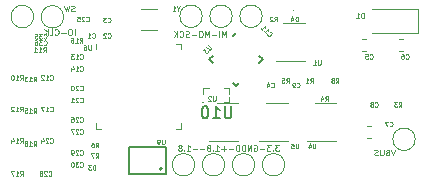
<source format=gbr>
G04 #@! TF.GenerationSoftware,KiCad,Pcbnew,(5.1.2-1)-1*
G04 #@! TF.CreationDate,2020-01-08T15:13:26-05:00*
G04 #@! TF.ProjectId,ARBO Mini,4152424f-204d-4696-9e69-2e6b69636164,rev?*
G04 #@! TF.SameCoordinates,Original*
G04 #@! TF.FileFunction,Legend,Bot*
G04 #@! TF.FilePolarity,Positive*
%FSLAX46Y46*%
G04 Gerber Fmt 4.6, Leading zero omitted, Abs format (unit mm)*
G04 Created by KiCad (PCBNEW (5.1.2-1)-1) date 2020-01-08 15:13:26*
%MOMM*%
%LPD*%
G04 APERTURE LIST*
%ADD10C,0.120000*%
%ADD11C,0.200000*%
%ADD12C,0.127000*%
%ADD13C,0.150000*%
%ADD14C,0.100000*%
G04 APERTURE END LIST*
D10*
X138584666Y-66020190D02*
X138418000Y-66520190D01*
X138251333Y-66020190D01*
X137918000Y-66258285D02*
X137846571Y-66282095D01*
X137822761Y-66305904D01*
X137798952Y-66353523D01*
X137798952Y-66424952D01*
X137822761Y-66472571D01*
X137846571Y-66496380D01*
X137894190Y-66520190D01*
X138084666Y-66520190D01*
X138084666Y-66020190D01*
X137918000Y-66020190D01*
X137870380Y-66044000D01*
X137846571Y-66067809D01*
X137822761Y-66115428D01*
X137822761Y-66163047D01*
X137846571Y-66210666D01*
X137870380Y-66234476D01*
X137918000Y-66258285D01*
X138084666Y-66258285D01*
X137584666Y-66020190D02*
X137584666Y-66424952D01*
X137560857Y-66472571D01*
X137537047Y-66496380D01*
X137489428Y-66520190D01*
X137394190Y-66520190D01*
X137346571Y-66496380D01*
X137322761Y-66472571D01*
X137298952Y-66424952D01*
X137298952Y-66020190D01*
X137084666Y-66496380D02*
X137013238Y-66520190D01*
X136894190Y-66520190D01*
X136846571Y-66496380D01*
X136822761Y-66472571D01*
X136798952Y-66424952D01*
X136798952Y-66377333D01*
X136822761Y-66329714D01*
X136846571Y-66305904D01*
X136894190Y-66282095D01*
X136989428Y-66258285D01*
X137037047Y-66234476D01*
X137060857Y-66210666D01*
X137084666Y-66163047D01*
X137084666Y-66115428D01*
X137060857Y-66067809D01*
X137037047Y-66044000D01*
X136989428Y-66020190D01*
X136870380Y-66020190D01*
X136798952Y-66044000D01*
X128733809Y-65639190D02*
X128424285Y-65639190D01*
X128590952Y-65829666D01*
X128519523Y-65829666D01*
X128471904Y-65853476D01*
X128448095Y-65877285D01*
X128424285Y-65924904D01*
X128424285Y-66043952D01*
X128448095Y-66091571D01*
X128471904Y-66115380D01*
X128519523Y-66139190D01*
X128662380Y-66139190D01*
X128710000Y-66115380D01*
X128733809Y-66091571D01*
X128210000Y-66091571D02*
X128186190Y-66115380D01*
X128210000Y-66139190D01*
X128233809Y-66115380D01*
X128210000Y-66091571D01*
X128210000Y-66139190D01*
X128019523Y-65639190D02*
X127710000Y-65639190D01*
X127876666Y-65829666D01*
X127805238Y-65829666D01*
X127757619Y-65853476D01*
X127733809Y-65877285D01*
X127710000Y-65924904D01*
X127710000Y-66043952D01*
X127733809Y-66091571D01*
X127757619Y-66115380D01*
X127805238Y-66139190D01*
X127948095Y-66139190D01*
X127995714Y-66115380D01*
X128019523Y-66091571D01*
X127495714Y-65948714D02*
X127114761Y-65948714D01*
X126614761Y-65663000D02*
X126662380Y-65639190D01*
X126733809Y-65639190D01*
X126805238Y-65663000D01*
X126852857Y-65710619D01*
X126876666Y-65758238D01*
X126900476Y-65853476D01*
X126900476Y-65924904D01*
X126876666Y-66020142D01*
X126852857Y-66067761D01*
X126805238Y-66115380D01*
X126733809Y-66139190D01*
X126686190Y-66139190D01*
X126614761Y-66115380D01*
X126590952Y-66091571D01*
X126590952Y-65924904D01*
X126686190Y-65924904D01*
X126376666Y-66139190D02*
X126376666Y-65639190D01*
X126090952Y-66139190D01*
X126090952Y-65639190D01*
X125852857Y-66139190D02*
X125852857Y-65639190D01*
X125733809Y-65639190D01*
X125662380Y-65663000D01*
X125614761Y-65710619D01*
X125590952Y-65758238D01*
X125567142Y-65853476D01*
X125567142Y-65924904D01*
X125590952Y-66020142D01*
X125614761Y-66067761D01*
X125662380Y-66115380D01*
X125733809Y-66139190D01*
X125852857Y-66139190D01*
X125352857Y-66139190D02*
X125352857Y-65639190D01*
X125233809Y-65639190D01*
X125162380Y-65663000D01*
X125114761Y-65710619D01*
X125090952Y-65758238D01*
X125067142Y-65853476D01*
X125067142Y-65924904D01*
X125090952Y-66020142D01*
X125114761Y-66067761D01*
X125162380Y-66115380D01*
X125233809Y-66139190D01*
X125352857Y-66139190D01*
X124852857Y-65948714D02*
X124471904Y-65948714D01*
X124233809Y-65948714D02*
X123852857Y-65948714D01*
X124043333Y-66139190D02*
X124043333Y-65758238D01*
X123352857Y-66139190D02*
X123638571Y-66139190D01*
X123495714Y-66139190D02*
X123495714Y-65639190D01*
X123543333Y-65710619D01*
X123590952Y-65758238D01*
X123638571Y-65782047D01*
X123138571Y-66091571D02*
X123114761Y-66115380D01*
X123138571Y-66139190D01*
X123162380Y-66115380D01*
X123138571Y-66091571D01*
X123138571Y-66139190D01*
X122829047Y-65853476D02*
X122876666Y-65829666D01*
X122900476Y-65805857D01*
X122924285Y-65758238D01*
X122924285Y-65734428D01*
X122900476Y-65686809D01*
X122876666Y-65663000D01*
X122829047Y-65639190D01*
X122733809Y-65639190D01*
X122686190Y-65663000D01*
X122662380Y-65686809D01*
X122638571Y-65734428D01*
X122638571Y-65758238D01*
X122662380Y-65805857D01*
X122686190Y-65829666D01*
X122733809Y-65853476D01*
X122829047Y-65853476D01*
X122876666Y-65877285D01*
X122900476Y-65901095D01*
X122924285Y-65948714D01*
X122924285Y-66043952D01*
X122900476Y-66091571D01*
X122876666Y-66115380D01*
X122829047Y-66139190D01*
X122733809Y-66139190D01*
X122686190Y-66115380D01*
X122662380Y-66091571D01*
X122638571Y-66043952D01*
X122638571Y-65948714D01*
X122662380Y-65901095D01*
X122686190Y-65877285D01*
X122733809Y-65853476D01*
X122424285Y-65948714D02*
X122043333Y-65948714D01*
X121805238Y-65948714D02*
X121424285Y-65948714D01*
X120924285Y-66139190D02*
X121210000Y-66139190D01*
X121067142Y-66139190D02*
X121067142Y-65639190D01*
X121114761Y-65710619D01*
X121162380Y-65758238D01*
X121210000Y-65782047D01*
X120710000Y-66091571D02*
X120686190Y-66115380D01*
X120710000Y-66139190D01*
X120733809Y-66115380D01*
X120710000Y-66091571D01*
X120710000Y-66139190D01*
X120400476Y-65853476D02*
X120448095Y-65829666D01*
X120471904Y-65805857D01*
X120495714Y-65758238D01*
X120495714Y-65734428D01*
X120471904Y-65686809D01*
X120448095Y-65663000D01*
X120400476Y-65639190D01*
X120305238Y-65639190D01*
X120257619Y-65663000D01*
X120233809Y-65686809D01*
X120210000Y-65734428D01*
X120210000Y-65758238D01*
X120233809Y-65805857D01*
X120257619Y-65829666D01*
X120305238Y-65853476D01*
X120400476Y-65853476D01*
X120448095Y-65877285D01*
X120471904Y-65901095D01*
X120495714Y-65948714D01*
X120495714Y-66043952D01*
X120471904Y-66091571D01*
X120448095Y-66115380D01*
X120400476Y-66139190D01*
X120305238Y-66139190D01*
X120257619Y-66115380D01*
X120233809Y-66091571D01*
X120210000Y-66043952D01*
X120210000Y-65948714D01*
X120233809Y-65901095D01*
X120257619Y-65877285D01*
X120305238Y-65853476D01*
X111433809Y-56316190D02*
X111433809Y-55816190D01*
X111100476Y-55816190D02*
X111005238Y-55816190D01*
X110957619Y-55840000D01*
X110910000Y-55887619D01*
X110886190Y-55982857D01*
X110886190Y-56149523D01*
X110910000Y-56244761D01*
X110957619Y-56292380D01*
X111005238Y-56316190D01*
X111100476Y-56316190D01*
X111148095Y-56292380D01*
X111195714Y-56244761D01*
X111219523Y-56149523D01*
X111219523Y-55982857D01*
X111195714Y-55887619D01*
X111148095Y-55840000D01*
X111100476Y-55816190D01*
X110671904Y-56125714D02*
X110290952Y-56125714D01*
X109767142Y-56268571D02*
X109790952Y-56292380D01*
X109862380Y-56316190D01*
X109910000Y-56316190D01*
X109981428Y-56292380D01*
X110029047Y-56244761D01*
X110052857Y-56197142D01*
X110076666Y-56101904D01*
X110076666Y-56030476D01*
X110052857Y-55935238D01*
X110029047Y-55887619D01*
X109981428Y-55840000D01*
X109910000Y-55816190D01*
X109862380Y-55816190D01*
X109790952Y-55840000D01*
X109767142Y-55863809D01*
X109314761Y-56316190D02*
X109552857Y-56316190D01*
X109552857Y-55816190D01*
X109148095Y-56316190D02*
X109148095Y-55816190D01*
X108862380Y-56316190D02*
X109076666Y-56030476D01*
X108862380Y-55816190D02*
X109148095Y-56101904D01*
X111426571Y-54304380D02*
X111355142Y-54328190D01*
X111236095Y-54328190D01*
X111188476Y-54304380D01*
X111164666Y-54280571D01*
X111140857Y-54232952D01*
X111140857Y-54185333D01*
X111164666Y-54137714D01*
X111188476Y-54113904D01*
X111236095Y-54090095D01*
X111331333Y-54066285D01*
X111378952Y-54042476D01*
X111402761Y-54018666D01*
X111426571Y-53971047D01*
X111426571Y-53923428D01*
X111402761Y-53875809D01*
X111378952Y-53852000D01*
X111331333Y-53828190D01*
X111212285Y-53828190D01*
X111140857Y-53852000D01*
X110974190Y-53828190D02*
X110855142Y-54328190D01*
X110759904Y-53971047D01*
X110664666Y-54328190D01*
X110545619Y-53828190D01*
X124237476Y-56487190D02*
X124237476Y-55987190D01*
X124070809Y-56344333D01*
X123904142Y-55987190D01*
X123904142Y-56487190D01*
X123666047Y-56487190D02*
X123666047Y-55987190D01*
X123427952Y-56296714D02*
X123047000Y-56296714D01*
X122808904Y-56487190D02*
X122808904Y-55987190D01*
X122642238Y-56344333D01*
X122475571Y-55987190D01*
X122475571Y-56487190D01*
X122142238Y-55987190D02*
X122047000Y-55987190D01*
X121999380Y-56011000D01*
X121951761Y-56058619D01*
X121927952Y-56153857D01*
X121927952Y-56320523D01*
X121951761Y-56415761D01*
X121999380Y-56463380D01*
X122047000Y-56487190D01*
X122142238Y-56487190D01*
X122189857Y-56463380D01*
X122237476Y-56415761D01*
X122261285Y-56320523D01*
X122261285Y-56153857D01*
X122237476Y-56058619D01*
X122189857Y-56011000D01*
X122142238Y-55987190D01*
X121713666Y-56296714D02*
X121332714Y-56296714D01*
X121118428Y-56463380D02*
X121047000Y-56487190D01*
X120927952Y-56487190D01*
X120880333Y-56463380D01*
X120856523Y-56439571D01*
X120832714Y-56391952D01*
X120832714Y-56344333D01*
X120856523Y-56296714D01*
X120880333Y-56272904D01*
X120927952Y-56249095D01*
X121023190Y-56225285D01*
X121070809Y-56201476D01*
X121094619Y-56177666D01*
X121118428Y-56130047D01*
X121118428Y-56082428D01*
X121094619Y-56034809D01*
X121070809Y-56011000D01*
X121023190Y-55987190D01*
X120904142Y-55987190D01*
X120832714Y-56011000D01*
X120332714Y-56439571D02*
X120356523Y-56463380D01*
X120427952Y-56487190D01*
X120475571Y-56487190D01*
X120547000Y-56463380D01*
X120594619Y-56415761D01*
X120618428Y-56368142D01*
X120642238Y-56272904D01*
X120642238Y-56201476D01*
X120618428Y-56106238D01*
X120594619Y-56058619D01*
X120547000Y-56011000D01*
X120475571Y-55987190D01*
X120427952Y-55987190D01*
X120356523Y-56011000D01*
X120332714Y-56034809D01*
X120118428Y-56487190D02*
X120118428Y-55987190D01*
X119832714Y-56487190D02*
X120047000Y-56201476D01*
X119832714Y-55987190D02*
X120118428Y-56272904D01*
D11*
X122318600Y-62017200D02*
G75*
G03X122318600Y-62017200I0J0D01*
G01*
D10*
X122298600Y-60797200D02*
X122298600Y-61297200D01*
X122798600Y-60797200D02*
X122298600Y-60797200D01*
X124538600Y-62037200D02*
X124538600Y-61537200D01*
X124038600Y-62037200D02*
X124538600Y-62037200D01*
X124538600Y-60797200D02*
X124538600Y-61297200D01*
X124038600Y-60797200D02*
X124538600Y-60797200D01*
X124538600Y-62037200D02*
X124538600Y-61537200D01*
X124038600Y-62037200D02*
X124538600Y-62037200D01*
X124538600Y-62037200D02*
X124538600Y-61537200D01*
X124038600Y-62037200D02*
X124538600Y-62037200D01*
D12*
X118836200Y-67652600D02*
G75*
G03X118836200Y-67652600I-100000J0D01*
G01*
X119132200Y-65782600D02*
X119132200Y-68062600D01*
X116040200Y-65782600D02*
X119132200Y-65782600D01*
X116040200Y-68062600D02*
X116040200Y-65782600D01*
X119132200Y-68062600D02*
X116040200Y-68062600D01*
X118836200Y-67652600D02*
G75*
G03X118836200Y-67652600I-100000J0D01*
G01*
D13*
X125093604Y-56118182D02*
X124810761Y-56401025D01*
X122830862Y-58380924D02*
X123113705Y-58098081D01*
X122830862Y-58380924D02*
X123113705Y-58663767D01*
X125093604Y-60643666D02*
X125376447Y-60360823D01*
X125093604Y-60643666D02*
X124810761Y-60360823D01*
X127356346Y-58380924D02*
X127073503Y-58663767D01*
X127356346Y-58380924D02*
X127073503Y-58098081D01*
D10*
X125276000Y-65298000D02*
X122826000Y-65298000D01*
X123476000Y-62078000D02*
X125276000Y-62078000D01*
X110500200Y-54787800D02*
G75*
G03X110500200Y-54787800I-950000J0D01*
G01*
X107960200Y-54762400D02*
G75*
G03X107960200Y-54762400I-950000J0D01*
G01*
X126680000Y-67310000D02*
G75*
G03X126680000Y-67310000I-950000J0D01*
G01*
X127315000Y-54737000D02*
G75*
G03X127315000Y-54737000I-950000J0D01*
G01*
X122235000Y-54737000D02*
G75*
G03X122235000Y-54737000I-950000J0D01*
G01*
X124775000Y-54737000D02*
G75*
G03X124775000Y-54737000I-950000J0D01*
G01*
X121600000Y-67310000D02*
G75*
G03X121600000Y-67310000I-950000J0D01*
G01*
X124140000Y-67310000D02*
G75*
G03X124140000Y-67310000I-950000J0D01*
G01*
X129220000Y-67310000D02*
G75*
G03X129220000Y-67310000I-950000J0D01*
G01*
X140269000Y-65151000D02*
G75*
G03X140269000Y-65151000I-950000J0D01*
G01*
D14*
X130024000Y-54229000D02*
G75*
G03X130024000Y-54229000I-50000J0D01*
G01*
X113562400Y-67564000D02*
G75*
G03X113562400Y-67564000I-50000J0D01*
G01*
D10*
X118424000Y-54116000D02*
X117074000Y-54116000D01*
X118424000Y-55866000D02*
X117074000Y-55866000D01*
X113230000Y-57520200D02*
X113230000Y-57045200D01*
X120450000Y-64265200D02*
X119975000Y-64265200D01*
X120450000Y-63790200D02*
X120450000Y-64265200D01*
X120450000Y-57045200D02*
X119975000Y-57045200D01*
X120450000Y-57520200D02*
X120450000Y-57045200D01*
X113230000Y-64265200D02*
X113705000Y-64265200D01*
X113230000Y-63790200D02*
X113230000Y-64265200D01*
X129467000Y-65303000D02*
X127017000Y-65303000D01*
X127667000Y-62083000D02*
X129467000Y-62083000D01*
X133572000Y-65298000D02*
X131122000Y-65298000D01*
X131772000Y-62078000D02*
X133572000Y-62078000D01*
X130905000Y-58506000D02*
X128455000Y-58506000D01*
X129105000Y-55286000D02*
X130905000Y-55286000D01*
X140500000Y-54118000D02*
X136650000Y-54118000D01*
X140500000Y-56118000D02*
X136650000Y-56118000D01*
X140500000Y-54118000D02*
X140500000Y-56118000D01*
X136209721Y-64006000D02*
X136535279Y-64006000D01*
X136209721Y-65026000D02*
X136535279Y-65026000D01*
X139202279Y-57660000D02*
X138876721Y-57660000D01*
X139202279Y-56640000D02*
X138876721Y-56640000D01*
X135752721Y-56640000D02*
X136078279Y-56640000D01*
X135752721Y-57660000D02*
X136078279Y-57660000D01*
D13*
X124706695Y-62369580D02*
X124706695Y-63179104D01*
X124659076Y-63274342D01*
X124611457Y-63321961D01*
X124516219Y-63369580D01*
X124325742Y-63369580D01*
X124230504Y-63321961D01*
X124182885Y-63274342D01*
X124135266Y-63179104D01*
X124135266Y-62369580D01*
X123135266Y-63369580D02*
X123706695Y-63369580D01*
X123420980Y-63369580D02*
X123420980Y-62369580D01*
X123516219Y-62512438D01*
X123611457Y-62607676D01*
X123706695Y-62655295D01*
X122516219Y-62369580D02*
X122420980Y-62369580D01*
X122325742Y-62417200D01*
X122278123Y-62464819D01*
X122230504Y-62560057D01*
X122182885Y-62750533D01*
X122182885Y-62988628D01*
X122230504Y-63179104D01*
X122278123Y-63274342D01*
X122325742Y-63321961D01*
X122420980Y-63369580D01*
X122516219Y-63369580D01*
X122611457Y-63321961D01*
X122659076Y-63274342D01*
X122706695Y-63179104D01*
X122754314Y-62988628D01*
X122754314Y-62750533D01*
X122706695Y-62560057D01*
X122659076Y-62464819D01*
X122611457Y-62417200D01*
X122516219Y-62369580D01*
D14*
X119049761Y-65185952D02*
X119049761Y-65509761D01*
X119030714Y-65547857D01*
X119011666Y-65566904D01*
X118973571Y-65585952D01*
X118897380Y-65585952D01*
X118859285Y-65566904D01*
X118840238Y-65547857D01*
X118821190Y-65509761D01*
X118821190Y-65185952D01*
X118611666Y-65585952D02*
X118535476Y-65585952D01*
X118497380Y-65566904D01*
X118478333Y-65547857D01*
X118440238Y-65490714D01*
X118421190Y-65414523D01*
X118421190Y-65262142D01*
X118440238Y-65224047D01*
X118459285Y-65205000D01*
X118497380Y-65185952D01*
X118573571Y-65185952D01*
X118611666Y-65205000D01*
X118630714Y-65224047D01*
X118649761Y-65262142D01*
X118649761Y-65357380D01*
X118630714Y-65395476D01*
X118611666Y-65414523D01*
X118573571Y-65433571D01*
X118497380Y-65433571D01*
X118459285Y-65414523D01*
X118440238Y-65395476D01*
X118421190Y-65357380D01*
X122742608Y-57160610D02*
X122971576Y-57389578D01*
X122985044Y-57429984D01*
X122985044Y-57456922D01*
X122971576Y-57497328D01*
X122917701Y-57551203D01*
X122877295Y-57564671D01*
X122850357Y-57564671D01*
X122809951Y-57551203D01*
X122580983Y-57322235D01*
X122473234Y-57429984D02*
X122298141Y-57605077D01*
X122500171Y-57618546D01*
X122459765Y-57658952D01*
X122446296Y-57699358D01*
X122446296Y-57726296D01*
X122459765Y-57766702D01*
X122527108Y-57834045D01*
X122567515Y-57847514D01*
X122594452Y-57847514D01*
X122634858Y-57834045D01*
X122715670Y-57753233D01*
X122729139Y-57712827D01*
X122729139Y-57685890D01*
X113223666Y-66728952D02*
X113357000Y-66538476D01*
X113452238Y-66728952D02*
X113452238Y-66328952D01*
X113299857Y-66328952D01*
X113261761Y-66348000D01*
X113242714Y-66367047D01*
X113223666Y-66405142D01*
X113223666Y-66462285D01*
X113242714Y-66500380D01*
X113261761Y-66519428D01*
X113299857Y-66538476D01*
X113452238Y-66538476D01*
X113090333Y-66328952D02*
X112823666Y-66328952D01*
X112995095Y-66728952D01*
X123367761Y-61502952D02*
X123367761Y-61826761D01*
X123348714Y-61864857D01*
X123329666Y-61883904D01*
X123291571Y-61902952D01*
X123215380Y-61902952D01*
X123177285Y-61883904D01*
X123158238Y-61864857D01*
X123139190Y-61826761D01*
X123139190Y-61502952D01*
X122967761Y-61541047D02*
X122948714Y-61522000D01*
X122910619Y-61502952D01*
X122815380Y-61502952D01*
X122777285Y-61522000D01*
X122758238Y-61541047D01*
X122739190Y-61579142D01*
X122739190Y-61617238D01*
X122758238Y-61674380D01*
X122986809Y-61902952D01*
X122739190Y-61902952D01*
X127741212Y-56264442D02*
X127741212Y-56291380D01*
X127768149Y-56345254D01*
X127795087Y-56372192D01*
X127848961Y-56399129D01*
X127902836Y-56399129D01*
X127943242Y-56385661D01*
X128010586Y-56345254D01*
X128050992Y-56304848D01*
X128091398Y-56237505D01*
X128104867Y-56197099D01*
X128104867Y-56143224D01*
X128077929Y-56089349D01*
X128050992Y-56062412D01*
X127997117Y-56035474D01*
X127970180Y-56035474D01*
X127444900Y-56022006D02*
X127606525Y-56183630D01*
X127525712Y-56102818D02*
X127808555Y-55819975D01*
X127795087Y-55887319D01*
X127795087Y-55941193D01*
X127808555Y-55981599D01*
X127175526Y-55752632D02*
X127337151Y-55914256D01*
X127256338Y-55833444D02*
X127539181Y-55550601D01*
X127525712Y-55617945D01*
X127525712Y-55671819D01*
X127539181Y-55712225D01*
X108817142Y-57132857D02*
X108836190Y-57151904D01*
X108893333Y-57170952D01*
X108931428Y-57170952D01*
X108988571Y-57151904D01*
X109026666Y-57113809D01*
X109045714Y-57075714D01*
X109064761Y-56999523D01*
X109064761Y-56942380D01*
X109045714Y-56866190D01*
X109026666Y-56828095D01*
X108988571Y-56790000D01*
X108931428Y-56770952D01*
X108893333Y-56770952D01*
X108836190Y-56790000D01*
X108817142Y-56809047D01*
X108683809Y-56770952D02*
X108436190Y-56770952D01*
X108569523Y-56923333D01*
X108512380Y-56923333D01*
X108474285Y-56942380D01*
X108455238Y-56961428D01*
X108436190Y-56999523D01*
X108436190Y-57094761D01*
X108455238Y-57132857D01*
X108474285Y-57151904D01*
X108512380Y-57170952D01*
X108626666Y-57170952D01*
X108664761Y-57151904D01*
X108683809Y-57132857D01*
X108093333Y-56770952D02*
X108169523Y-56770952D01*
X108207619Y-56790000D01*
X108226666Y-56809047D01*
X108264761Y-56866190D01*
X108283809Y-56942380D01*
X108283809Y-57094761D01*
X108264761Y-57132857D01*
X108245714Y-57151904D01*
X108207619Y-57170952D01*
X108131428Y-57170952D01*
X108093333Y-57151904D01*
X108074285Y-57132857D01*
X108055238Y-57094761D01*
X108055238Y-56999523D01*
X108074285Y-56961428D01*
X108093333Y-56942380D01*
X108131428Y-56923333D01*
X108207619Y-56923333D01*
X108245714Y-56942380D01*
X108264761Y-56961428D01*
X108283809Y-56999523D01*
X108817142Y-56582857D02*
X108836190Y-56601904D01*
X108893333Y-56620952D01*
X108931428Y-56620952D01*
X108988571Y-56601904D01*
X109026666Y-56563809D01*
X109045714Y-56525714D01*
X109064761Y-56449523D01*
X109064761Y-56392380D01*
X109045714Y-56316190D01*
X109026666Y-56278095D01*
X108988571Y-56240000D01*
X108931428Y-56220952D01*
X108893333Y-56220952D01*
X108836190Y-56240000D01*
X108817142Y-56259047D01*
X108683809Y-56220952D02*
X108436190Y-56220952D01*
X108569523Y-56373333D01*
X108512380Y-56373333D01*
X108474285Y-56392380D01*
X108455238Y-56411428D01*
X108436190Y-56449523D01*
X108436190Y-56544761D01*
X108455238Y-56582857D01*
X108474285Y-56601904D01*
X108512380Y-56620952D01*
X108626666Y-56620952D01*
X108664761Y-56601904D01*
X108683809Y-56582857D01*
X108074285Y-56220952D02*
X108264761Y-56220952D01*
X108283809Y-56411428D01*
X108264761Y-56392380D01*
X108226666Y-56373333D01*
X108131428Y-56373333D01*
X108093333Y-56392380D01*
X108074285Y-56411428D01*
X108055238Y-56449523D01*
X108055238Y-56544761D01*
X108074285Y-56582857D01*
X108093333Y-56601904D01*
X108131428Y-56620952D01*
X108226666Y-56620952D01*
X108264761Y-56601904D01*
X108283809Y-56582857D01*
X109350142Y-65420857D02*
X109369190Y-65439904D01*
X109426333Y-65458952D01*
X109464428Y-65458952D01*
X109521571Y-65439904D01*
X109559666Y-65401809D01*
X109578714Y-65363714D01*
X109597761Y-65287523D01*
X109597761Y-65230380D01*
X109578714Y-65154190D01*
X109559666Y-65116095D01*
X109521571Y-65078000D01*
X109464428Y-65058952D01*
X109426333Y-65058952D01*
X109369190Y-65078000D01*
X109350142Y-65097047D01*
X109197761Y-65097047D02*
X109178714Y-65078000D01*
X109140619Y-65058952D01*
X109045380Y-65058952D01*
X109007285Y-65078000D01*
X108988238Y-65097047D01*
X108969190Y-65135142D01*
X108969190Y-65173238D01*
X108988238Y-65230380D01*
X109216809Y-65458952D01*
X108969190Y-65458952D01*
X108626333Y-65192285D02*
X108626333Y-65458952D01*
X108721571Y-65039904D02*
X108816809Y-65325619D01*
X108569190Y-65325619D01*
X113223666Y-65839952D02*
X113357000Y-65649476D01*
X113452238Y-65839952D02*
X113452238Y-65439952D01*
X113299857Y-65439952D01*
X113261761Y-65459000D01*
X113242714Y-65478047D01*
X113223666Y-65516142D01*
X113223666Y-65573285D01*
X113242714Y-65611380D01*
X113261761Y-65630428D01*
X113299857Y-65649476D01*
X113452238Y-65649476D01*
X112880809Y-65439952D02*
X112957000Y-65439952D01*
X112995095Y-65459000D01*
X113014142Y-65478047D01*
X113052238Y-65535190D01*
X113071285Y-65611380D01*
X113071285Y-65763761D01*
X113052238Y-65801857D01*
X113033190Y-65820904D01*
X112995095Y-65839952D01*
X112918904Y-65839952D01*
X112880809Y-65820904D01*
X112861761Y-65801857D01*
X112842714Y-65763761D01*
X112842714Y-65668523D01*
X112861761Y-65630428D01*
X112880809Y-65611380D01*
X112918904Y-65592333D01*
X112995095Y-65592333D01*
X113033190Y-65611380D01*
X113052238Y-65630428D01*
X113071285Y-65668523D01*
X107953142Y-65712952D02*
X108086476Y-65522476D01*
X108181714Y-65712952D02*
X108181714Y-65312952D01*
X108029333Y-65312952D01*
X107991238Y-65332000D01*
X107972190Y-65351047D01*
X107953142Y-65389142D01*
X107953142Y-65446285D01*
X107972190Y-65484380D01*
X107991238Y-65503428D01*
X108029333Y-65522476D01*
X108181714Y-65522476D01*
X107572190Y-65712952D02*
X107800761Y-65712952D01*
X107686476Y-65712952D02*
X107686476Y-65312952D01*
X107724571Y-65370095D01*
X107762666Y-65408190D01*
X107800761Y-65427238D01*
X107343619Y-65484380D02*
X107381714Y-65465333D01*
X107400761Y-65446285D01*
X107419809Y-65408190D01*
X107419809Y-65389142D01*
X107400761Y-65351047D01*
X107381714Y-65332000D01*
X107343619Y-65312952D01*
X107267428Y-65312952D01*
X107229333Y-65332000D01*
X107210285Y-65351047D01*
X107191238Y-65389142D01*
X107191238Y-65408190D01*
X107210285Y-65446285D01*
X107229333Y-65465333D01*
X107267428Y-65484380D01*
X107343619Y-65484380D01*
X107381714Y-65503428D01*
X107400761Y-65522476D01*
X107419809Y-65560571D01*
X107419809Y-65636761D01*
X107400761Y-65674857D01*
X107381714Y-65693904D01*
X107343619Y-65712952D01*
X107267428Y-65712952D01*
X107229333Y-65693904D01*
X107210285Y-65674857D01*
X107191238Y-65636761D01*
X107191238Y-65560571D01*
X107210285Y-65522476D01*
X107229333Y-65503428D01*
X107267428Y-65484380D01*
X106810142Y-68252952D02*
X106943476Y-68062476D01*
X107038714Y-68252952D02*
X107038714Y-67852952D01*
X106886333Y-67852952D01*
X106848238Y-67872000D01*
X106829190Y-67891047D01*
X106810142Y-67929142D01*
X106810142Y-67986285D01*
X106829190Y-68024380D01*
X106848238Y-68043428D01*
X106886333Y-68062476D01*
X107038714Y-68062476D01*
X106429190Y-68252952D02*
X106657761Y-68252952D01*
X106543476Y-68252952D02*
X106543476Y-67852952D01*
X106581571Y-67910095D01*
X106619666Y-67948190D01*
X106657761Y-67967238D01*
X106295857Y-67852952D02*
X106029190Y-67852952D01*
X106200619Y-68252952D01*
X111867142Y-56970952D02*
X112000476Y-56780476D01*
X112095714Y-56970952D02*
X112095714Y-56570952D01*
X111943333Y-56570952D01*
X111905238Y-56590000D01*
X111886190Y-56609047D01*
X111867142Y-56647142D01*
X111867142Y-56704285D01*
X111886190Y-56742380D01*
X111905238Y-56761428D01*
X111943333Y-56780476D01*
X112095714Y-56780476D01*
X111486190Y-56970952D02*
X111714761Y-56970952D01*
X111600476Y-56970952D02*
X111600476Y-56570952D01*
X111638571Y-56628095D01*
X111676666Y-56666190D01*
X111714761Y-56685238D01*
X111143333Y-56570952D02*
X111219523Y-56570952D01*
X111257619Y-56590000D01*
X111276666Y-56609047D01*
X111314761Y-56666190D01*
X111333809Y-56742380D01*
X111333809Y-56894761D01*
X111314761Y-56932857D01*
X111295714Y-56951904D01*
X111257619Y-56970952D01*
X111181428Y-56970952D01*
X111143333Y-56951904D01*
X111124285Y-56932857D01*
X111105238Y-56894761D01*
X111105238Y-56799523D01*
X111124285Y-56761428D01*
X111143333Y-56742380D01*
X111181428Y-56723333D01*
X111257619Y-56723333D01*
X111295714Y-56742380D01*
X111314761Y-56761428D01*
X111333809Y-56799523D01*
X107953142Y-62918952D02*
X108086476Y-62728476D01*
X108181714Y-62918952D02*
X108181714Y-62518952D01*
X108029333Y-62518952D01*
X107991238Y-62538000D01*
X107972190Y-62557047D01*
X107953142Y-62595142D01*
X107953142Y-62652285D01*
X107972190Y-62690380D01*
X107991238Y-62709428D01*
X108029333Y-62728476D01*
X108181714Y-62728476D01*
X107572190Y-62918952D02*
X107800761Y-62918952D01*
X107686476Y-62918952D02*
X107686476Y-62518952D01*
X107724571Y-62576095D01*
X107762666Y-62614190D01*
X107800761Y-62633238D01*
X107210285Y-62518952D02*
X107400761Y-62518952D01*
X107419809Y-62709428D01*
X107400761Y-62690380D01*
X107362666Y-62671333D01*
X107267428Y-62671333D01*
X107229333Y-62690380D01*
X107210285Y-62709428D01*
X107191238Y-62747523D01*
X107191238Y-62842761D01*
X107210285Y-62880857D01*
X107229333Y-62899904D01*
X107267428Y-62918952D01*
X107362666Y-62918952D01*
X107400761Y-62899904D01*
X107419809Y-62880857D01*
X106810142Y-65458952D02*
X106943476Y-65268476D01*
X107038714Y-65458952D02*
X107038714Y-65058952D01*
X106886333Y-65058952D01*
X106848238Y-65078000D01*
X106829190Y-65097047D01*
X106810142Y-65135142D01*
X106810142Y-65192285D01*
X106829190Y-65230380D01*
X106848238Y-65249428D01*
X106886333Y-65268476D01*
X107038714Y-65268476D01*
X106429190Y-65458952D02*
X106657761Y-65458952D01*
X106543476Y-65458952D02*
X106543476Y-65058952D01*
X106581571Y-65116095D01*
X106619666Y-65154190D01*
X106657761Y-65173238D01*
X106086333Y-65192285D02*
X106086333Y-65458952D01*
X106181571Y-65039904D02*
X106276809Y-65325619D01*
X106029190Y-65325619D01*
X107953142Y-60251952D02*
X108086476Y-60061476D01*
X108181714Y-60251952D02*
X108181714Y-59851952D01*
X108029333Y-59851952D01*
X107991238Y-59871000D01*
X107972190Y-59890047D01*
X107953142Y-59928142D01*
X107953142Y-59985285D01*
X107972190Y-60023380D01*
X107991238Y-60042428D01*
X108029333Y-60061476D01*
X108181714Y-60061476D01*
X107572190Y-60251952D02*
X107800761Y-60251952D01*
X107686476Y-60251952D02*
X107686476Y-59851952D01*
X107724571Y-59909095D01*
X107762666Y-59947190D01*
X107800761Y-59966238D01*
X107438857Y-59851952D02*
X107191238Y-59851952D01*
X107324571Y-60004333D01*
X107267428Y-60004333D01*
X107229333Y-60023380D01*
X107210285Y-60042428D01*
X107191238Y-60080523D01*
X107191238Y-60175761D01*
X107210285Y-60213857D01*
X107229333Y-60232904D01*
X107267428Y-60251952D01*
X107381714Y-60251952D01*
X107419809Y-60232904D01*
X107438857Y-60213857D01*
X106810142Y-62791952D02*
X106943476Y-62601476D01*
X107038714Y-62791952D02*
X107038714Y-62391952D01*
X106886333Y-62391952D01*
X106848238Y-62411000D01*
X106829190Y-62430047D01*
X106810142Y-62468142D01*
X106810142Y-62525285D01*
X106829190Y-62563380D01*
X106848238Y-62582428D01*
X106886333Y-62601476D01*
X107038714Y-62601476D01*
X106429190Y-62791952D02*
X106657761Y-62791952D01*
X106543476Y-62791952D02*
X106543476Y-62391952D01*
X106581571Y-62449095D01*
X106619666Y-62487190D01*
X106657761Y-62506238D01*
X106276809Y-62430047D02*
X106257761Y-62411000D01*
X106219666Y-62391952D01*
X106124428Y-62391952D01*
X106086333Y-62411000D01*
X106067285Y-62430047D01*
X106048238Y-62468142D01*
X106048238Y-62506238D01*
X106067285Y-62563380D01*
X106295857Y-62791952D01*
X106048238Y-62791952D01*
X108767142Y-57770952D02*
X108900476Y-57580476D01*
X108995714Y-57770952D02*
X108995714Y-57370952D01*
X108843333Y-57370952D01*
X108805238Y-57390000D01*
X108786190Y-57409047D01*
X108767142Y-57447142D01*
X108767142Y-57504285D01*
X108786190Y-57542380D01*
X108805238Y-57561428D01*
X108843333Y-57580476D01*
X108995714Y-57580476D01*
X108386190Y-57770952D02*
X108614761Y-57770952D01*
X108500476Y-57770952D02*
X108500476Y-57370952D01*
X108538571Y-57428095D01*
X108576666Y-57466190D01*
X108614761Y-57485238D01*
X108005238Y-57770952D02*
X108233809Y-57770952D01*
X108119523Y-57770952D02*
X108119523Y-57370952D01*
X108157619Y-57428095D01*
X108195714Y-57466190D01*
X108233809Y-57485238D01*
X106810142Y-60124952D02*
X106943476Y-59934476D01*
X107038714Y-60124952D02*
X107038714Y-59724952D01*
X106886333Y-59724952D01*
X106848238Y-59744000D01*
X106829190Y-59763047D01*
X106810142Y-59801142D01*
X106810142Y-59858285D01*
X106829190Y-59896380D01*
X106848238Y-59915428D01*
X106886333Y-59934476D01*
X107038714Y-59934476D01*
X106429190Y-60124952D02*
X106657761Y-60124952D01*
X106543476Y-60124952D02*
X106543476Y-59724952D01*
X106581571Y-59782095D01*
X106619666Y-59820190D01*
X106657761Y-59839238D01*
X106181571Y-59724952D02*
X106143476Y-59724952D01*
X106105380Y-59744000D01*
X106086333Y-59763047D01*
X106067285Y-59801142D01*
X106048238Y-59877333D01*
X106048238Y-59972571D01*
X106067285Y-60048761D01*
X106086333Y-60086857D01*
X106105380Y-60105904D01*
X106143476Y-60124952D01*
X106181571Y-60124952D01*
X106219666Y-60105904D01*
X106238714Y-60086857D01*
X106257761Y-60048761D01*
X106276809Y-59972571D01*
X106276809Y-59877333D01*
X106257761Y-59801142D01*
X106238714Y-59763047D01*
X106219666Y-59744000D01*
X106181571Y-59724952D01*
X133543666Y-60378952D02*
X133677000Y-60188476D01*
X133772238Y-60378952D02*
X133772238Y-59978952D01*
X133619857Y-59978952D01*
X133581761Y-59998000D01*
X133562714Y-60017047D01*
X133543666Y-60055142D01*
X133543666Y-60112285D01*
X133562714Y-60150380D01*
X133581761Y-60169428D01*
X133619857Y-60188476D01*
X133772238Y-60188476D01*
X133315095Y-60150380D02*
X133353190Y-60131333D01*
X133372238Y-60112285D01*
X133391285Y-60074190D01*
X133391285Y-60055142D01*
X133372238Y-60017047D01*
X133353190Y-59998000D01*
X133315095Y-59978952D01*
X133238904Y-59978952D01*
X133200809Y-59998000D01*
X133181761Y-60017047D01*
X133162714Y-60055142D01*
X133162714Y-60074190D01*
X133181761Y-60112285D01*
X133200809Y-60131333D01*
X133238904Y-60150380D01*
X133315095Y-60150380D01*
X133353190Y-60169428D01*
X133372238Y-60188476D01*
X133391285Y-60226571D01*
X133391285Y-60302761D01*
X133372238Y-60340857D01*
X133353190Y-60359904D01*
X133315095Y-60378952D01*
X133238904Y-60378952D01*
X133200809Y-60359904D01*
X133181761Y-60340857D01*
X133162714Y-60302761D01*
X133162714Y-60226571D01*
X133181761Y-60188476D01*
X133200809Y-60169428D01*
X133238904Y-60150380D01*
X129352666Y-60378952D02*
X129486000Y-60188476D01*
X129581238Y-60378952D02*
X129581238Y-59978952D01*
X129428857Y-59978952D01*
X129390761Y-59998000D01*
X129371714Y-60017047D01*
X129352666Y-60055142D01*
X129352666Y-60112285D01*
X129371714Y-60150380D01*
X129390761Y-60169428D01*
X129428857Y-60188476D01*
X129581238Y-60188476D01*
X128990761Y-59978952D02*
X129181238Y-59978952D01*
X129200285Y-60169428D01*
X129181238Y-60150380D01*
X129143142Y-60131333D01*
X129047904Y-60131333D01*
X129009809Y-60150380D01*
X128990761Y-60169428D01*
X128971714Y-60207523D01*
X128971714Y-60302761D01*
X128990761Y-60340857D01*
X129009809Y-60359904D01*
X129047904Y-60378952D01*
X129143142Y-60378952D01*
X129181238Y-60359904D01*
X129200285Y-60340857D01*
X132654666Y-61902952D02*
X132788000Y-61712476D01*
X132883238Y-61902952D02*
X132883238Y-61502952D01*
X132730857Y-61502952D01*
X132692761Y-61522000D01*
X132673714Y-61541047D01*
X132654666Y-61579142D01*
X132654666Y-61636285D01*
X132673714Y-61674380D01*
X132692761Y-61693428D01*
X132730857Y-61712476D01*
X132883238Y-61712476D01*
X132311809Y-61636285D02*
X132311809Y-61902952D01*
X132407047Y-61483904D02*
X132502285Y-61769619D01*
X132254666Y-61769619D01*
X138877666Y-62410952D02*
X139011000Y-62220476D01*
X139106238Y-62410952D02*
X139106238Y-62010952D01*
X138953857Y-62010952D01*
X138915761Y-62030000D01*
X138896714Y-62049047D01*
X138877666Y-62087142D01*
X138877666Y-62144285D01*
X138896714Y-62182380D01*
X138915761Y-62201428D01*
X138953857Y-62220476D01*
X139106238Y-62220476D01*
X138744333Y-62010952D02*
X138496714Y-62010952D01*
X138630047Y-62163333D01*
X138572904Y-62163333D01*
X138534809Y-62182380D01*
X138515761Y-62201428D01*
X138496714Y-62239523D01*
X138496714Y-62334761D01*
X138515761Y-62372857D01*
X138534809Y-62391904D01*
X138572904Y-62410952D01*
X138687190Y-62410952D01*
X138725285Y-62391904D01*
X138744333Y-62372857D01*
X128336666Y-55171952D02*
X128470000Y-54981476D01*
X128565238Y-55171952D02*
X128565238Y-54771952D01*
X128412857Y-54771952D01*
X128374761Y-54791000D01*
X128355714Y-54810047D01*
X128336666Y-54848142D01*
X128336666Y-54905285D01*
X128355714Y-54943380D01*
X128374761Y-54962428D01*
X128412857Y-54981476D01*
X128565238Y-54981476D01*
X128184285Y-54810047D02*
X128165238Y-54791000D01*
X128127142Y-54771952D01*
X128031904Y-54771952D01*
X127993809Y-54791000D01*
X127974761Y-54810047D01*
X127955714Y-54848142D01*
X127955714Y-54886238D01*
X127974761Y-54943380D01*
X128203333Y-55171952D01*
X127955714Y-55171952D01*
X131384666Y-60378952D02*
X131518000Y-60188476D01*
X131613238Y-60378952D02*
X131613238Y-59978952D01*
X131460857Y-59978952D01*
X131422761Y-59998000D01*
X131403714Y-60017047D01*
X131384666Y-60055142D01*
X131384666Y-60112285D01*
X131403714Y-60150380D01*
X131422761Y-60169428D01*
X131460857Y-60188476D01*
X131613238Y-60188476D01*
X131003714Y-60378952D02*
X131232285Y-60378952D01*
X131118000Y-60378952D02*
X131118000Y-59978952D01*
X131156095Y-60036095D01*
X131194190Y-60074190D01*
X131232285Y-60093238D01*
X130343238Y-55171952D02*
X130343238Y-54771952D01*
X130248000Y-54771952D01*
X130190857Y-54791000D01*
X130152761Y-54829095D01*
X130133714Y-54867190D01*
X130114666Y-54943380D01*
X130114666Y-55000523D01*
X130133714Y-55076714D01*
X130152761Y-55114809D01*
X130190857Y-55152904D01*
X130248000Y-55171952D01*
X130343238Y-55171952D01*
X129771809Y-54905285D02*
X129771809Y-55171952D01*
X129867047Y-54752904D02*
X129962285Y-55038619D01*
X129714666Y-55038619D01*
X113198238Y-67744952D02*
X113198238Y-67344952D01*
X113103000Y-67344952D01*
X113045857Y-67364000D01*
X113007761Y-67402095D01*
X112988714Y-67440190D01*
X112969666Y-67516380D01*
X112969666Y-67573523D01*
X112988714Y-67649714D01*
X113007761Y-67687809D01*
X113045857Y-67725904D01*
X113103000Y-67744952D01*
X113198238Y-67744952D01*
X112836333Y-67344952D02*
X112588714Y-67344952D01*
X112722047Y-67497333D01*
X112664904Y-67497333D01*
X112626809Y-67516380D01*
X112607761Y-67535428D01*
X112588714Y-67573523D01*
X112588714Y-67668761D01*
X112607761Y-67706857D01*
X112626809Y-67725904D01*
X112664904Y-67744952D01*
X112779190Y-67744952D01*
X112817285Y-67725904D01*
X112836333Y-67706857D01*
X120205476Y-54092476D02*
X120205476Y-54282952D01*
X120338809Y-53882952D02*
X120205476Y-54092476D01*
X120072142Y-53882952D01*
X119729285Y-54282952D02*
X119957857Y-54282952D01*
X119843571Y-54282952D02*
X119843571Y-53882952D01*
X119881666Y-53940095D01*
X119919761Y-53978190D01*
X119957857Y-53997238D01*
X112826761Y-57184952D02*
X112826761Y-57508761D01*
X112807714Y-57546857D01*
X112788666Y-57565904D01*
X112750571Y-57584952D01*
X112674380Y-57584952D01*
X112636285Y-57565904D01*
X112617238Y-57546857D01*
X112598190Y-57508761D01*
X112598190Y-57184952D01*
X112236285Y-57184952D02*
X112312476Y-57184952D01*
X112350571Y-57204000D01*
X112369619Y-57223047D01*
X112407714Y-57280190D01*
X112426761Y-57356380D01*
X112426761Y-57508761D01*
X112407714Y-57546857D01*
X112388666Y-57565904D01*
X112350571Y-57584952D01*
X112274380Y-57584952D01*
X112236285Y-57565904D01*
X112217238Y-57546857D01*
X112198190Y-57508761D01*
X112198190Y-57413523D01*
X112217238Y-57375428D01*
X112236285Y-57356380D01*
X112274380Y-57337333D01*
X112350571Y-57337333D01*
X112388666Y-57356380D01*
X112407714Y-57375428D01*
X112426761Y-57413523D01*
X130378161Y-65516152D02*
X130378161Y-65839961D01*
X130359114Y-65878057D01*
X130340066Y-65897104D01*
X130301971Y-65916152D01*
X130225780Y-65916152D01*
X130187685Y-65897104D01*
X130168638Y-65878057D01*
X130149590Y-65839961D01*
X130149590Y-65516152D01*
X129768638Y-65516152D02*
X129959114Y-65516152D01*
X129978161Y-65706628D01*
X129959114Y-65687580D01*
X129921019Y-65668533D01*
X129825780Y-65668533D01*
X129787685Y-65687580D01*
X129768638Y-65706628D01*
X129749590Y-65744723D01*
X129749590Y-65839961D01*
X129768638Y-65878057D01*
X129787685Y-65897104D01*
X129825780Y-65916152D01*
X129921019Y-65916152D01*
X129959114Y-65897104D01*
X129978161Y-65878057D01*
X131825961Y-65516152D02*
X131825961Y-65839961D01*
X131806914Y-65878057D01*
X131787866Y-65897104D01*
X131749771Y-65916152D01*
X131673580Y-65916152D01*
X131635485Y-65897104D01*
X131616438Y-65878057D01*
X131597390Y-65839961D01*
X131597390Y-65516152D01*
X131235485Y-65649485D02*
X131235485Y-65916152D01*
X131330723Y-65497104D02*
X131425961Y-65782819D01*
X131178342Y-65782819D01*
X132257761Y-58454952D02*
X132257761Y-58778761D01*
X132238714Y-58816857D01*
X132219666Y-58835904D01*
X132181571Y-58854952D01*
X132105380Y-58854952D01*
X132067285Y-58835904D01*
X132048238Y-58816857D01*
X132029190Y-58778761D01*
X132029190Y-58454952D01*
X131629190Y-58854952D02*
X131857761Y-58854952D01*
X131743476Y-58854952D02*
X131743476Y-58454952D01*
X131781571Y-58512095D01*
X131819666Y-58550190D01*
X131857761Y-58569238D01*
X135905838Y-54867152D02*
X135905838Y-54467152D01*
X135810600Y-54467152D01*
X135753457Y-54486200D01*
X135715361Y-54524295D01*
X135696314Y-54562390D01*
X135677266Y-54638580D01*
X135677266Y-54695723D01*
X135696314Y-54771914D01*
X135715361Y-54810009D01*
X135753457Y-54848104D01*
X135810600Y-54867152D01*
X135905838Y-54867152D01*
X135296314Y-54867152D02*
X135524885Y-54867152D01*
X135410600Y-54867152D02*
X135410600Y-54467152D01*
X135448695Y-54524295D01*
X135486790Y-54562390D01*
X135524885Y-54581438D01*
X111890142Y-67452857D02*
X111909190Y-67471904D01*
X111966333Y-67490952D01*
X112004428Y-67490952D01*
X112061571Y-67471904D01*
X112099666Y-67433809D01*
X112118714Y-67395714D01*
X112137761Y-67319523D01*
X112137761Y-67262380D01*
X112118714Y-67186190D01*
X112099666Y-67148095D01*
X112061571Y-67110000D01*
X112004428Y-67090952D01*
X111966333Y-67090952D01*
X111909190Y-67110000D01*
X111890142Y-67129047D01*
X111756809Y-67090952D02*
X111509190Y-67090952D01*
X111642523Y-67243333D01*
X111585380Y-67243333D01*
X111547285Y-67262380D01*
X111528238Y-67281428D01*
X111509190Y-67319523D01*
X111509190Y-67414761D01*
X111528238Y-67452857D01*
X111547285Y-67471904D01*
X111585380Y-67490952D01*
X111699666Y-67490952D01*
X111737761Y-67471904D01*
X111756809Y-67452857D01*
X111261571Y-67090952D02*
X111223476Y-67090952D01*
X111185380Y-67110000D01*
X111166333Y-67129047D01*
X111147285Y-67167142D01*
X111128238Y-67243333D01*
X111128238Y-67338571D01*
X111147285Y-67414761D01*
X111166333Y-67452857D01*
X111185380Y-67471904D01*
X111223476Y-67490952D01*
X111261571Y-67490952D01*
X111299666Y-67471904D01*
X111318714Y-67452857D01*
X111337761Y-67414761D01*
X111356809Y-67338571D01*
X111356809Y-67243333D01*
X111337761Y-67167142D01*
X111318714Y-67129047D01*
X111299666Y-67110000D01*
X111261571Y-67090952D01*
X111890142Y-66436857D02*
X111909190Y-66455904D01*
X111966333Y-66474952D01*
X112004428Y-66474952D01*
X112061571Y-66455904D01*
X112099666Y-66417809D01*
X112118714Y-66379714D01*
X112137761Y-66303523D01*
X112137761Y-66246380D01*
X112118714Y-66170190D01*
X112099666Y-66132095D01*
X112061571Y-66094000D01*
X112004428Y-66074952D01*
X111966333Y-66074952D01*
X111909190Y-66094000D01*
X111890142Y-66113047D01*
X111737761Y-66113047D02*
X111718714Y-66094000D01*
X111680619Y-66074952D01*
X111585380Y-66074952D01*
X111547285Y-66094000D01*
X111528238Y-66113047D01*
X111509190Y-66151142D01*
X111509190Y-66189238D01*
X111528238Y-66246380D01*
X111756809Y-66474952D01*
X111509190Y-66474952D01*
X111318714Y-66474952D02*
X111242523Y-66474952D01*
X111204428Y-66455904D01*
X111185380Y-66436857D01*
X111147285Y-66379714D01*
X111128238Y-66303523D01*
X111128238Y-66151142D01*
X111147285Y-66113047D01*
X111166333Y-66094000D01*
X111204428Y-66074952D01*
X111280619Y-66074952D01*
X111318714Y-66094000D01*
X111337761Y-66113047D01*
X111356809Y-66151142D01*
X111356809Y-66246380D01*
X111337761Y-66284476D01*
X111318714Y-66303523D01*
X111280619Y-66322571D01*
X111204428Y-66322571D01*
X111166333Y-66303523D01*
X111147285Y-66284476D01*
X111128238Y-66246380D01*
X109223142Y-68214857D02*
X109242190Y-68233904D01*
X109299333Y-68252952D01*
X109337428Y-68252952D01*
X109394571Y-68233904D01*
X109432666Y-68195809D01*
X109451714Y-68157714D01*
X109470761Y-68081523D01*
X109470761Y-68024380D01*
X109451714Y-67948190D01*
X109432666Y-67910095D01*
X109394571Y-67872000D01*
X109337428Y-67852952D01*
X109299333Y-67852952D01*
X109242190Y-67872000D01*
X109223142Y-67891047D01*
X109070761Y-67891047D02*
X109051714Y-67872000D01*
X109013619Y-67852952D01*
X108918380Y-67852952D01*
X108880285Y-67872000D01*
X108861238Y-67891047D01*
X108842190Y-67929142D01*
X108842190Y-67967238D01*
X108861238Y-68024380D01*
X109089809Y-68252952D01*
X108842190Y-68252952D01*
X108613619Y-68024380D02*
X108651714Y-68005333D01*
X108670761Y-67986285D01*
X108689809Y-67948190D01*
X108689809Y-67929142D01*
X108670761Y-67891047D01*
X108651714Y-67872000D01*
X108613619Y-67852952D01*
X108537428Y-67852952D01*
X108499333Y-67872000D01*
X108480285Y-67891047D01*
X108461238Y-67929142D01*
X108461238Y-67948190D01*
X108480285Y-67986285D01*
X108499333Y-68005333D01*
X108537428Y-68024380D01*
X108613619Y-68024380D01*
X108651714Y-68043428D01*
X108670761Y-68062476D01*
X108689809Y-68100571D01*
X108689809Y-68176761D01*
X108670761Y-68214857D01*
X108651714Y-68233904D01*
X108613619Y-68252952D01*
X108537428Y-68252952D01*
X108499333Y-68233904D01*
X108480285Y-68214857D01*
X108461238Y-68176761D01*
X108461238Y-68100571D01*
X108480285Y-68062476D01*
X108499333Y-68043428D01*
X108537428Y-68024380D01*
X111890142Y-64658857D02*
X111909190Y-64677904D01*
X111966333Y-64696952D01*
X112004428Y-64696952D01*
X112061571Y-64677904D01*
X112099666Y-64639809D01*
X112118714Y-64601714D01*
X112137761Y-64525523D01*
X112137761Y-64468380D01*
X112118714Y-64392190D01*
X112099666Y-64354095D01*
X112061571Y-64316000D01*
X112004428Y-64296952D01*
X111966333Y-64296952D01*
X111909190Y-64316000D01*
X111890142Y-64335047D01*
X111737761Y-64335047D02*
X111718714Y-64316000D01*
X111680619Y-64296952D01*
X111585380Y-64296952D01*
X111547285Y-64316000D01*
X111528238Y-64335047D01*
X111509190Y-64373142D01*
X111509190Y-64411238D01*
X111528238Y-64468380D01*
X111756809Y-64696952D01*
X111509190Y-64696952D01*
X111375857Y-64296952D02*
X111109190Y-64296952D01*
X111280619Y-64696952D01*
X111890142Y-63642857D02*
X111909190Y-63661904D01*
X111966333Y-63680952D01*
X112004428Y-63680952D01*
X112061571Y-63661904D01*
X112099666Y-63623809D01*
X112118714Y-63585714D01*
X112137761Y-63509523D01*
X112137761Y-63452380D01*
X112118714Y-63376190D01*
X112099666Y-63338095D01*
X112061571Y-63300000D01*
X112004428Y-63280952D01*
X111966333Y-63280952D01*
X111909190Y-63300000D01*
X111890142Y-63319047D01*
X111737761Y-63319047D02*
X111718714Y-63300000D01*
X111680619Y-63280952D01*
X111585380Y-63280952D01*
X111547285Y-63300000D01*
X111528238Y-63319047D01*
X111509190Y-63357142D01*
X111509190Y-63395238D01*
X111528238Y-63452380D01*
X111756809Y-63680952D01*
X111509190Y-63680952D01*
X111166333Y-63280952D02*
X111242523Y-63280952D01*
X111280619Y-63300000D01*
X111299666Y-63319047D01*
X111337761Y-63376190D01*
X111356809Y-63452380D01*
X111356809Y-63604761D01*
X111337761Y-63642857D01*
X111318714Y-63661904D01*
X111280619Y-63680952D01*
X111204428Y-63680952D01*
X111166333Y-63661904D01*
X111147285Y-63642857D01*
X111128238Y-63604761D01*
X111128238Y-63509523D01*
X111147285Y-63471428D01*
X111166333Y-63452380D01*
X111204428Y-63433333D01*
X111280619Y-63433333D01*
X111318714Y-63452380D01*
X111337761Y-63471428D01*
X111356809Y-63509523D01*
X112398142Y-55133857D02*
X112417190Y-55152904D01*
X112474333Y-55171952D01*
X112512428Y-55171952D01*
X112569571Y-55152904D01*
X112607666Y-55114809D01*
X112626714Y-55076714D01*
X112645761Y-55000523D01*
X112645761Y-54943380D01*
X112626714Y-54867190D01*
X112607666Y-54829095D01*
X112569571Y-54791000D01*
X112512428Y-54771952D01*
X112474333Y-54771952D01*
X112417190Y-54791000D01*
X112398142Y-54810047D01*
X112245761Y-54810047D02*
X112226714Y-54791000D01*
X112188619Y-54771952D01*
X112093380Y-54771952D01*
X112055285Y-54791000D01*
X112036238Y-54810047D01*
X112017190Y-54848142D01*
X112017190Y-54886238D01*
X112036238Y-54943380D01*
X112264809Y-55171952D01*
X112017190Y-55171952D01*
X111655285Y-54771952D02*
X111845761Y-54771952D01*
X111864809Y-54962428D01*
X111845761Y-54943380D01*
X111807666Y-54924333D01*
X111712428Y-54924333D01*
X111674333Y-54943380D01*
X111655285Y-54962428D01*
X111636238Y-55000523D01*
X111636238Y-55095761D01*
X111655285Y-55133857D01*
X111674333Y-55152904D01*
X111712428Y-55171952D01*
X111807666Y-55171952D01*
X111845761Y-55152904D01*
X111864809Y-55133857D01*
X111890142Y-61991857D02*
X111909190Y-62010904D01*
X111966333Y-62029952D01*
X112004428Y-62029952D01*
X112061571Y-62010904D01*
X112099666Y-61972809D01*
X112118714Y-61934714D01*
X112137761Y-61858523D01*
X112137761Y-61801380D01*
X112118714Y-61725190D01*
X112099666Y-61687095D01*
X112061571Y-61649000D01*
X112004428Y-61629952D01*
X111966333Y-61629952D01*
X111909190Y-61649000D01*
X111890142Y-61668047D01*
X111737761Y-61668047D02*
X111718714Y-61649000D01*
X111680619Y-61629952D01*
X111585380Y-61629952D01*
X111547285Y-61649000D01*
X111528238Y-61668047D01*
X111509190Y-61706142D01*
X111509190Y-61744238D01*
X111528238Y-61801380D01*
X111756809Y-62029952D01*
X111509190Y-62029952D01*
X111128238Y-62029952D02*
X111356809Y-62029952D01*
X111242523Y-62029952D02*
X111242523Y-61629952D01*
X111280619Y-61687095D01*
X111318714Y-61725190D01*
X111356809Y-61744238D01*
X111890142Y-60975857D02*
X111909190Y-60994904D01*
X111966333Y-61013952D01*
X112004428Y-61013952D01*
X112061571Y-60994904D01*
X112099666Y-60956809D01*
X112118714Y-60918714D01*
X112137761Y-60842523D01*
X112137761Y-60785380D01*
X112118714Y-60709190D01*
X112099666Y-60671095D01*
X112061571Y-60633000D01*
X112004428Y-60613952D01*
X111966333Y-60613952D01*
X111909190Y-60633000D01*
X111890142Y-60652047D01*
X111737761Y-60652047D02*
X111718714Y-60633000D01*
X111680619Y-60613952D01*
X111585380Y-60613952D01*
X111547285Y-60633000D01*
X111528238Y-60652047D01*
X111509190Y-60690142D01*
X111509190Y-60728238D01*
X111528238Y-60785380D01*
X111756809Y-61013952D01*
X111509190Y-61013952D01*
X111261571Y-60613952D02*
X111223476Y-60613952D01*
X111185380Y-60633000D01*
X111166333Y-60652047D01*
X111147285Y-60690142D01*
X111128238Y-60766333D01*
X111128238Y-60861571D01*
X111147285Y-60937761D01*
X111166333Y-60975857D01*
X111185380Y-60994904D01*
X111223476Y-61013952D01*
X111261571Y-61013952D01*
X111299666Y-60994904D01*
X111318714Y-60975857D01*
X111337761Y-60937761D01*
X111356809Y-60861571D01*
X111356809Y-60766333D01*
X111337761Y-60690142D01*
X111318714Y-60652047D01*
X111299666Y-60633000D01*
X111261571Y-60613952D01*
X109350142Y-62753857D02*
X109369190Y-62772904D01*
X109426333Y-62791952D01*
X109464428Y-62791952D01*
X109521571Y-62772904D01*
X109559666Y-62734809D01*
X109578714Y-62696714D01*
X109597761Y-62620523D01*
X109597761Y-62563380D01*
X109578714Y-62487190D01*
X109559666Y-62449095D01*
X109521571Y-62411000D01*
X109464428Y-62391952D01*
X109426333Y-62391952D01*
X109369190Y-62411000D01*
X109350142Y-62430047D01*
X108969190Y-62791952D02*
X109197761Y-62791952D01*
X109083476Y-62791952D02*
X109083476Y-62391952D01*
X109121571Y-62449095D01*
X109159666Y-62487190D01*
X109197761Y-62506238D01*
X108835857Y-62391952D02*
X108569190Y-62391952D01*
X108740619Y-62791952D01*
X111890142Y-59324857D02*
X111909190Y-59343904D01*
X111966333Y-59362952D01*
X112004428Y-59362952D01*
X112061571Y-59343904D01*
X112099666Y-59305809D01*
X112118714Y-59267714D01*
X112137761Y-59191523D01*
X112137761Y-59134380D01*
X112118714Y-59058190D01*
X112099666Y-59020095D01*
X112061571Y-58982000D01*
X112004428Y-58962952D01*
X111966333Y-58962952D01*
X111909190Y-58982000D01*
X111890142Y-59001047D01*
X111509190Y-59362952D02*
X111737761Y-59362952D01*
X111623476Y-59362952D02*
X111623476Y-58962952D01*
X111661571Y-59020095D01*
X111699666Y-59058190D01*
X111737761Y-59077238D01*
X111166333Y-59096285D02*
X111166333Y-59362952D01*
X111261571Y-58943904D02*
X111356809Y-59229619D01*
X111109190Y-59229619D01*
X111890142Y-58308857D02*
X111909190Y-58327904D01*
X111966333Y-58346952D01*
X112004428Y-58346952D01*
X112061571Y-58327904D01*
X112099666Y-58289809D01*
X112118714Y-58251714D01*
X112137761Y-58175523D01*
X112137761Y-58118380D01*
X112118714Y-58042190D01*
X112099666Y-58004095D01*
X112061571Y-57966000D01*
X112004428Y-57946952D01*
X111966333Y-57946952D01*
X111909190Y-57966000D01*
X111890142Y-57985047D01*
X111509190Y-58346952D02*
X111737761Y-58346952D01*
X111623476Y-58346952D02*
X111623476Y-57946952D01*
X111661571Y-58004095D01*
X111699666Y-58042190D01*
X111737761Y-58061238D01*
X111375857Y-57946952D02*
X111128238Y-57946952D01*
X111261571Y-58099333D01*
X111204428Y-58099333D01*
X111166333Y-58118380D01*
X111147285Y-58137428D01*
X111128238Y-58175523D01*
X111128238Y-58270761D01*
X111147285Y-58308857D01*
X111166333Y-58327904D01*
X111204428Y-58346952D01*
X111318714Y-58346952D01*
X111356809Y-58327904D01*
X111375857Y-58308857D01*
X109350142Y-60086857D02*
X109369190Y-60105904D01*
X109426333Y-60124952D01*
X109464428Y-60124952D01*
X109521571Y-60105904D01*
X109559666Y-60067809D01*
X109578714Y-60029714D01*
X109597761Y-59953523D01*
X109597761Y-59896380D01*
X109578714Y-59820190D01*
X109559666Y-59782095D01*
X109521571Y-59744000D01*
X109464428Y-59724952D01*
X109426333Y-59724952D01*
X109369190Y-59744000D01*
X109350142Y-59763047D01*
X108969190Y-60124952D02*
X109197761Y-60124952D01*
X109083476Y-60124952D02*
X109083476Y-59724952D01*
X109121571Y-59782095D01*
X109159666Y-59820190D01*
X109197761Y-59839238D01*
X108816809Y-59763047D02*
X108797761Y-59744000D01*
X108759666Y-59724952D01*
X108664428Y-59724952D01*
X108626333Y-59744000D01*
X108607285Y-59763047D01*
X108588238Y-59801142D01*
X108588238Y-59839238D01*
X108607285Y-59896380D01*
X108835857Y-60124952D01*
X108588238Y-60124952D01*
X130241666Y-60721857D02*
X130260714Y-60740904D01*
X130317857Y-60759952D01*
X130355952Y-60759952D01*
X130413095Y-60740904D01*
X130451190Y-60702809D01*
X130470238Y-60664714D01*
X130489285Y-60588523D01*
X130489285Y-60531380D01*
X130470238Y-60455190D01*
X130451190Y-60417095D01*
X130413095Y-60379000D01*
X130355952Y-60359952D01*
X130317857Y-60359952D01*
X130260714Y-60379000D01*
X130241666Y-60398047D01*
X130051190Y-60759952D02*
X129975000Y-60759952D01*
X129936904Y-60740904D01*
X129917857Y-60721857D01*
X129879761Y-60664714D01*
X129860714Y-60588523D01*
X129860714Y-60436142D01*
X129879761Y-60398047D01*
X129898809Y-60379000D01*
X129936904Y-60359952D01*
X130013095Y-60359952D01*
X130051190Y-60379000D01*
X130070238Y-60398047D01*
X130089285Y-60436142D01*
X130089285Y-60531380D01*
X130070238Y-60569476D01*
X130051190Y-60588523D01*
X130013095Y-60607571D01*
X129936904Y-60607571D01*
X129898809Y-60588523D01*
X129879761Y-60569476D01*
X129860714Y-60531380D01*
X136845666Y-62372857D02*
X136864714Y-62391904D01*
X136921857Y-62410952D01*
X136959952Y-62410952D01*
X137017095Y-62391904D01*
X137055190Y-62353809D01*
X137074238Y-62315714D01*
X137093285Y-62239523D01*
X137093285Y-62182380D01*
X137074238Y-62106190D01*
X137055190Y-62068095D01*
X137017095Y-62030000D01*
X136959952Y-62010952D01*
X136921857Y-62010952D01*
X136864714Y-62030000D01*
X136845666Y-62049047D01*
X136617095Y-62182380D02*
X136655190Y-62163333D01*
X136674238Y-62144285D01*
X136693285Y-62106190D01*
X136693285Y-62087142D01*
X136674238Y-62049047D01*
X136655190Y-62030000D01*
X136617095Y-62010952D01*
X136540904Y-62010952D01*
X136502809Y-62030000D01*
X136483761Y-62049047D01*
X136464714Y-62087142D01*
X136464714Y-62106190D01*
X136483761Y-62144285D01*
X136502809Y-62163333D01*
X136540904Y-62182380D01*
X136617095Y-62182380D01*
X136655190Y-62201428D01*
X136674238Y-62220476D01*
X136693285Y-62258571D01*
X136693285Y-62334761D01*
X136674238Y-62372857D01*
X136655190Y-62391904D01*
X136617095Y-62410952D01*
X136540904Y-62410952D01*
X136502809Y-62391904D01*
X136483761Y-62372857D01*
X136464714Y-62334761D01*
X136464714Y-62258571D01*
X136483761Y-62220476D01*
X136502809Y-62201428D01*
X136540904Y-62182380D01*
X138115666Y-64023857D02*
X138134714Y-64042904D01*
X138191857Y-64061952D01*
X138229952Y-64061952D01*
X138287095Y-64042904D01*
X138325190Y-64004809D01*
X138344238Y-63966714D01*
X138363285Y-63890523D01*
X138363285Y-63833380D01*
X138344238Y-63757190D01*
X138325190Y-63719095D01*
X138287095Y-63681000D01*
X138229952Y-63661952D01*
X138191857Y-63661952D01*
X138134714Y-63681000D01*
X138115666Y-63700047D01*
X137982333Y-63661952D02*
X137715666Y-63661952D01*
X137887095Y-64061952D01*
X139461866Y-58308857D02*
X139480914Y-58327904D01*
X139538057Y-58346952D01*
X139576152Y-58346952D01*
X139633295Y-58327904D01*
X139671390Y-58289809D01*
X139690438Y-58251714D01*
X139709485Y-58175523D01*
X139709485Y-58118380D01*
X139690438Y-58042190D01*
X139671390Y-58004095D01*
X139633295Y-57966000D01*
X139576152Y-57946952D01*
X139538057Y-57946952D01*
X139480914Y-57966000D01*
X139461866Y-57985047D01*
X139119009Y-57946952D02*
X139195200Y-57946952D01*
X139233295Y-57966000D01*
X139252342Y-57985047D01*
X139290438Y-58042190D01*
X139309485Y-58118380D01*
X139309485Y-58270761D01*
X139290438Y-58308857D01*
X139271390Y-58327904D01*
X139233295Y-58346952D01*
X139157104Y-58346952D01*
X139119009Y-58327904D01*
X139099961Y-58308857D01*
X139080914Y-58270761D01*
X139080914Y-58175523D01*
X139099961Y-58137428D01*
X139119009Y-58118380D01*
X139157104Y-58099333D01*
X139233295Y-58099333D01*
X139271390Y-58118380D01*
X139290438Y-58137428D01*
X139309485Y-58175523D01*
X136413866Y-58308857D02*
X136432914Y-58327904D01*
X136490057Y-58346952D01*
X136528152Y-58346952D01*
X136585295Y-58327904D01*
X136623390Y-58289809D01*
X136642438Y-58251714D01*
X136661485Y-58175523D01*
X136661485Y-58118380D01*
X136642438Y-58042190D01*
X136623390Y-58004095D01*
X136585295Y-57966000D01*
X136528152Y-57946952D01*
X136490057Y-57946952D01*
X136432914Y-57966000D01*
X136413866Y-57985047D01*
X136051961Y-57946952D02*
X136242438Y-57946952D01*
X136261485Y-58137428D01*
X136242438Y-58118380D01*
X136204342Y-58099333D01*
X136109104Y-58099333D01*
X136071009Y-58118380D01*
X136051961Y-58137428D01*
X136032914Y-58175523D01*
X136032914Y-58270761D01*
X136051961Y-58308857D01*
X136071009Y-58327904D01*
X136109104Y-58346952D01*
X136204342Y-58346952D01*
X136242438Y-58327904D01*
X136261485Y-58308857D01*
X128082666Y-60721857D02*
X128101714Y-60740904D01*
X128158857Y-60759952D01*
X128196952Y-60759952D01*
X128254095Y-60740904D01*
X128292190Y-60702809D01*
X128311238Y-60664714D01*
X128330285Y-60588523D01*
X128330285Y-60531380D01*
X128311238Y-60455190D01*
X128292190Y-60417095D01*
X128254095Y-60379000D01*
X128196952Y-60359952D01*
X128158857Y-60359952D01*
X128101714Y-60379000D01*
X128082666Y-60398047D01*
X127739809Y-60493285D02*
X127739809Y-60759952D01*
X127835047Y-60340904D02*
X127930285Y-60626619D01*
X127682666Y-60626619D01*
X114239666Y-55210057D02*
X114258714Y-55229104D01*
X114315857Y-55248152D01*
X114353952Y-55248152D01*
X114411095Y-55229104D01*
X114449190Y-55191009D01*
X114468238Y-55152914D01*
X114487285Y-55076723D01*
X114487285Y-55019580D01*
X114468238Y-54943390D01*
X114449190Y-54905295D01*
X114411095Y-54867200D01*
X114353952Y-54848152D01*
X114315857Y-54848152D01*
X114258714Y-54867200D01*
X114239666Y-54886247D01*
X114106333Y-54848152D02*
X113858714Y-54848152D01*
X113992047Y-55000533D01*
X113934904Y-55000533D01*
X113896809Y-55019580D01*
X113877761Y-55038628D01*
X113858714Y-55076723D01*
X113858714Y-55171961D01*
X113877761Y-55210057D01*
X113896809Y-55229104D01*
X113934904Y-55248152D01*
X114049190Y-55248152D01*
X114087285Y-55229104D01*
X114106333Y-55210057D01*
X114239666Y-56530857D02*
X114258714Y-56549904D01*
X114315857Y-56568952D01*
X114353952Y-56568952D01*
X114411095Y-56549904D01*
X114449190Y-56511809D01*
X114468238Y-56473714D01*
X114487285Y-56397523D01*
X114487285Y-56340380D01*
X114468238Y-56264190D01*
X114449190Y-56226095D01*
X114411095Y-56188000D01*
X114353952Y-56168952D01*
X114315857Y-56168952D01*
X114258714Y-56188000D01*
X114239666Y-56207047D01*
X114087285Y-56207047D02*
X114068238Y-56188000D01*
X114030142Y-56168952D01*
X113934904Y-56168952D01*
X113896809Y-56188000D01*
X113877761Y-56207047D01*
X113858714Y-56245142D01*
X113858714Y-56283238D01*
X113877761Y-56340380D01*
X114106333Y-56568952D01*
X113858714Y-56568952D01*
X112926666Y-56530857D02*
X112945714Y-56549904D01*
X113002857Y-56568952D01*
X113040952Y-56568952D01*
X113098095Y-56549904D01*
X113136190Y-56511809D01*
X113155238Y-56473714D01*
X113174285Y-56397523D01*
X113174285Y-56340380D01*
X113155238Y-56264190D01*
X113136190Y-56226095D01*
X113098095Y-56188000D01*
X113040952Y-56168952D01*
X113002857Y-56168952D01*
X112945714Y-56188000D01*
X112926666Y-56207047D01*
X112545714Y-56568952D02*
X112774285Y-56568952D01*
X112660000Y-56568952D02*
X112660000Y-56168952D01*
X112698095Y-56226095D01*
X112736190Y-56264190D01*
X112774285Y-56283238D01*
M02*

</source>
